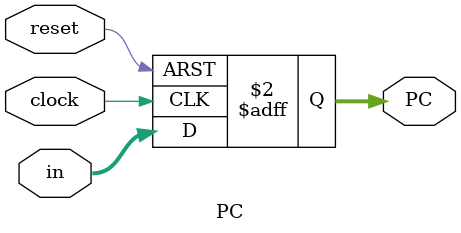
<source format=v>
module PC(
	input wire [31:0] in,
	input wire clock,
	input wire reset,
	output reg [31:0] PC);
	
	// write the new value of the PC at the negative clock edge; reset to zero
	always @(posedge clock or posedge reset) begin
		if(reset) begin
			PC <= 32'h0;
		end else begin
			PC <= in;
		end
	end	
endmodule

</source>
